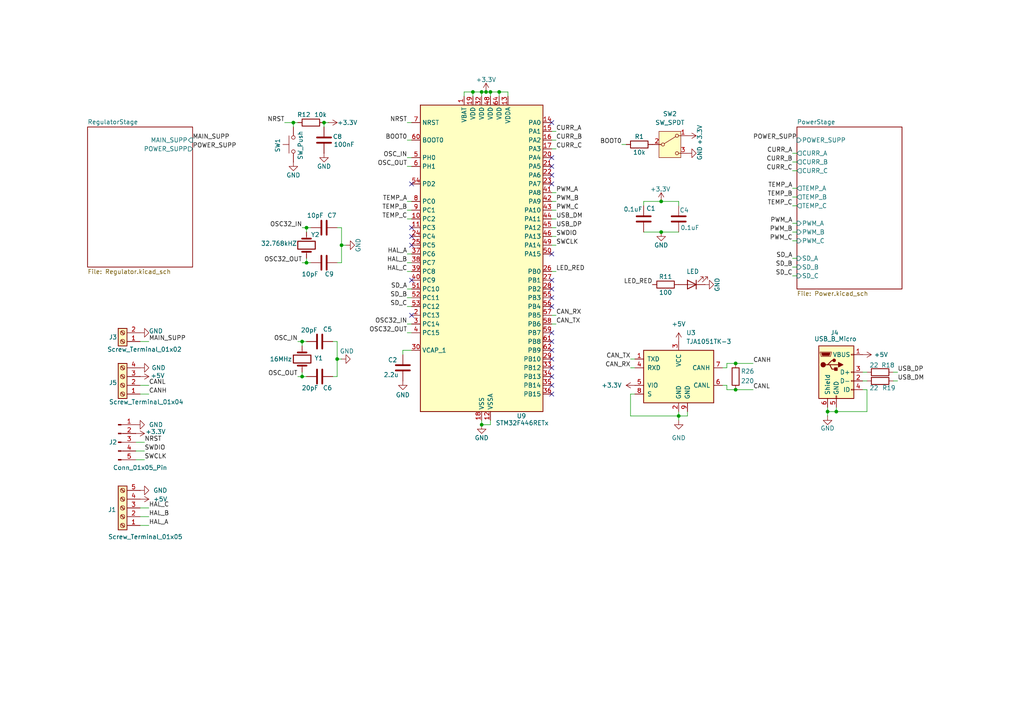
<source format=kicad_sch>
(kicad_sch (version 20231120) (generator "eeschema") (generator_version "8.0")
  (paper "A4")
  (title_block (title "BLDC Motor Driver") (date "2025-02-20") (rev "1"))
  (lib_symbols
    (symbol "Connector:Conn_01x05_Pin" (pin_names (offset 1.016) hide)
      (property "Reference" "J" (at 0 7.62 0))
      (property "Value" "Conn_01x05_Pin" (at 0 -7.62 0))
      (symbol "Conn_01x05_Pin_1_1"
        (polyline (pts (xy 1.27 -5.08) (xy 0.8636 -5.08)) (stroke (width 0.1524)))
        (polyline (pts (xy 1.27 -2.54) (xy 0.8636 -2.54)) (stroke (width 0.1524)))
        (polyline (pts (xy 1.27 0) (xy 0.8636 0)) (stroke (width 0.1524)))
        (polyline (pts (xy 1.27 2.54) (xy 0.8636 2.54)) (stroke (width 0.1524)))
        (polyline (pts (xy 1.27 5.08) (xy 0.8636 5.08)) (stroke (width 0.1524)))
        (rectangle (start 0.8636 -4.953) (end 0 -5.207) (stroke (width 0.1524)) (fill (type outline)))
        (rectangle (start 0.8636 -2.413) (end 0 -2.667) (stroke (width 0.1524)) (fill (type outline)))
        (rectangle (start 0.8636 0.127) (end 0 -0.127) (stroke (width 0.1524)) (fill (type outline)))
        (rectangle (start 0.8636 2.667) (end 0 2.413) (stroke (width 0.1524)) (fill (type outline)))
        (rectangle (start 0.8636 5.207) (end 0 4.953) (stroke (width 0.1524)) (fill (type outline)))
        (pin passive line (at 5.08 5.08 180) (length 3.81) (name "Pin_1") (number "1"))
        (pin passive line (at 5.08 2.54 180) (length 3.81) (name "Pin_2") (number "2"))
        (pin passive line (at 5.08 0 180) (length 3.81) (name "Pin_3") (number "3"))
        (pin passive line (at 5.08 -2.54 180) (length 3.81) (name "Pin_4") (number "4"))
        (pin passive line (at 5.08 -5.08 180) (length 3.81) (name "Pin_5") (number "5"))
      )
    )
    (symbol "Connector:Screw_Terminal_01x02" (pin_names (offset 1.016) hide)
      (property "Reference" "J" (at 0 2.54 0))
      (property "Value" "Screw_Terminal_01x02" (at 0 -5.08 0))
      (symbol "Screw_Terminal_01x02_1_1"
        (rectangle (start -1.27 1.27) (end 1.27 -3.81) (stroke (width 0.254)) (fill (type background)))
        (circle (center 0 -2.54) (radius 0.635) (stroke (width 0.1524)))
        (polyline (pts (xy -0.5334 -2.2098) (xy 0.3302 -3.048)) (stroke (width 0.1524)))
        (polyline (pts (xy -0.5334 0.3302) (xy 0.3302 -0.508)) (stroke (width 0.1524)))
        (polyline (pts (xy -0.3556 -2.032) (xy 0.508 -2.8702)) (stroke (width 0.1524)))
        (polyline (pts (xy -0.3556 0.508) (xy 0.508 -0.3302)) (stroke (width 0.1524)))
        (circle (center 0 0) (radius 0.635) (stroke (width 0.1524)))
        (pin passive line (at -5.08 0 0) (length 3.81) (name "Pin_1") (number "1"))
        (pin passive line (at -5.08 -2.54 0) (length 3.81) (name "Pin_2") (number "2"))
      )
    )
    (symbol "Connector:Screw_Terminal_01x04" (pin_names (offset 1.016) hide)
      (property "Reference" "J" (at 0 5.08 0))
      (property "Value" "Screw_Terminal_01x04" (at 0 -7.62 0))
      (symbol "Screw_Terminal_01x04_1_1"
        (rectangle (start -1.27 3.81) (end 1.27 -6.35) (stroke (width 0.254)) (fill (type background)))
        (circle (center 0 -5.08) (radius 0.635) (stroke (width 0.1524)))
        (circle (center 0 -2.54) (radius 0.635) (stroke (width 0.1524)))
        (polyline (pts (xy -0.5334 -4.7498) (xy 0.3302 -5.588)) (stroke (width 0.1524)))
        (polyline (pts (xy -0.5334 -2.2098) (xy 0.3302 -3.048)) (stroke (width 0.1524)))
        (polyline (pts (xy -0.5334 0.3302) (xy 0.3302 -0.508)) (stroke (width 0.1524)))
        (polyline (pts (xy -0.5334 2.8702) (xy 0.3302 2.032)) (stroke (width 0.1524)))
        (polyline (pts (xy -0.3556 -4.572) (xy 0.508 -5.4102)) (stroke (width 0.1524)))
        (polyline (pts (xy -0.3556 -2.032) (xy 0.508 -2.8702)) (stroke (width 0.1524)))
        (polyline (pts (xy -0.3556 0.508) (xy 0.508 -0.3302)) (stroke (width 0.1524)))
        (polyline (pts (xy -0.3556 3.048) (xy 0.508 2.2098)) (stroke (width 0.1524)))
        (circle (center 0 0) (radius 0.635) (stroke (width 0.1524)))
        (circle (center 0 2.54) (radius 0.635) (stroke (width 0.1524)))
        (pin passive line (at -5.08 2.54 0) (length 3.81) (name "Pin_1") (number "1"))
        (pin passive line (at -5.08 0 0) (length 3.81) (name "Pin_2") (number "2"))
        (pin passive line (at -5.08 -2.54 0) (length 3.81) (name "Pin_3") (number "3"))
        (pin passive line (at -5.08 -5.08 0) (length 3.81) (name "Pin_4") (number "4"))
      )
    )
    (symbol "Connector:Screw_Terminal_01x05" (pin_names (offset 1.016) hide)
      (property "Reference" "J" (at 0 7.62 0))
      (property "Value" "Screw_Terminal_01x05" (at 0 -7.62 0))
      (symbol "Screw_Terminal_01x05_1_1"
        (rectangle (start -1.27 6.35) (end 1.27 -6.35) (stroke (width 0.254)) (fill (type background)))
        (circle (center 0 -5.08) (radius 0.635) (stroke (width 0.1524)))
        (circle (center 0 -2.54) (radius 0.635) (stroke (width 0.1524)))
        (polyline (pts (xy -0.5334 -4.7498) (xy 0.3302 -5.588)) (stroke (width 0.1524)))
        (polyline (pts (xy -0.5334 -2.2098) (xy 0.3302 -3.048)) (stroke (width 0.1524)))
        (polyline (pts (xy -0.5334 0.3302) (xy 0.3302 -0.508)) (stroke (width 0.1524)))
        (polyline (pts (xy -0.5334 2.8702) (xy 0.3302 2.032)) (stroke (width 0.1524)))
        (polyline (pts (xy -0.5334 5.4102) (xy 0.3302 4.572)) (stroke (width 0.1524)))
        (polyline (pts (xy -0.3556 -4.572) (xy 0.508 -5.4102)) (stroke (width 0.1524)))
        (polyline (pts (xy -0.3556 -2.032) (xy 0.508 -2.8702)) (stroke (width 0.1524)))
        (polyline (pts (xy -0.3556 0.508) (xy 0.508 -0.3302)) (stroke (width 0.1524)))
        (polyline (pts (xy -0.3556 3.048) (xy 0.508 2.2098)) (stroke (width 0.1524)))
        (polyline (pts (xy -0.3556 5.588) (xy 0.508 4.7498)) (stroke (width 0.1524)))
        (circle (center 0 0) (radius 0.635) (stroke (width 0.1524)))
        (circle (center 0 2.54) (radius 0.635) (stroke (width 0.1524)))
        (circle (center 0 5.08) (radius 0.635) (stroke (width 0.1524)))
        (pin passive line (at -5.08 5.08 0) (length 3.81) (name "Pin_1") (number "1"))
        (pin passive line (at -5.08 2.54 0) (length 3.81) (name "Pin_2") (number "2"))
        (pin passive line (at -5.08 0 0) (length 3.81) (name "Pin_3") (number "3"))
        (pin passive line (at -5.08 -2.54 0) (length 3.81) (name "Pin_4") (number "4"))
        (pin passive line (at -5.08 -5.08 0) (length 3.81) (name "Pin_5") (number "5"))
      )
    )
    (symbol "Connector:USB_B_Micro" (pin_names (offset 1.016))
      (property "Reference" "J" (at -5.08 11.43 0))
      (property "Value" "USB_B_Micro" (at -5.08 8.89 0))
      (symbol "USB_B_Micro_0_1"
        (rectangle (start -5.08 -7.62) (end 5.08 7.62) (stroke (width 0.254)) (fill (type background)))
        (circle (center -3.81 2.159) (radius 0.635) (stroke (width 0.254)) (fill (type outline)))
        (circle (center -0.635 3.429) (radius 0.381) (stroke (width 0.254)) (fill (type outline)))
        (rectangle (start -0.127 -7.62) (end 0.127 -6.858))
        (polyline (pts (xy -1.905 2.159) (xy 0.635 2.159)) (stroke (width 0.254)))
        (polyline (pts (xy -3.175 2.159) (xy -2.54 2.159) (xy -1.27 3.429) (xy -0.635 3.429)) (stroke (width 0.254)))
        (polyline (pts (xy -2.54 2.159) (xy -1.905 2.159) (xy -1.27 0.889) (xy 0 0.889)) (stroke (width 0.254)))
        (polyline (pts (xy 0.635 2.794) (xy 0.635 1.524) (xy 1.905 2.159) (xy 0.635 2.794)) (stroke (width 0.254)) (fill (type outline)))
        (polyline (pts (xy -4.318 5.588) (xy -1.778 5.588) (xy -2.032 4.826) (xy -4.064 4.826) (xy -4.318 5.588)) (fill (type outline)))
        (polyline (pts (xy -4.699 5.842) (xy -4.699 5.588) (xy -4.445 4.826) (xy -4.445 4.572) (xy -1.651 4.572) (xy -1.651 4.826) (xy -1.397 5.588) (xy -1.397 5.842) (xy -4.699 5.842)))
        (rectangle (start 0.254 1.27) (end -0.508 0.508) (stroke (width 0.254)) (fill (type outline)))
        (rectangle (start 5.08 -5.207) (end 4.318 -4.953))
        (rectangle (start 5.08 -2.667) (end 4.318 -2.413))
        (rectangle (start 5.08 -0.127) (end 4.318 0.127))
        (rectangle (start 5.08 4.953) (end 4.318 5.207))
      )
      (symbol "USB_B_Micro_1_1"
        (pin power_out line (at 7.62 5.08 180) (length 2.54) (name "VBUS") (number "1"))
        (pin bidirectional line (at 7.62 -2.54 180) (length 2.54) (name "D-") (number "2"))
        (pin bidirectional line (at 7.62 0 180) (length 2.54) (name "D+") (number "3"))
        (pin passive line (at 7.62 -5.08 180) (length 2.54) (name "ID") (number "4"))
        (pin power_out line (at 0 -10.16 90) (length 2.54) (name "GND") (number "5"))
        (pin passive line (at -2.54 -10.16 90) (length 2.54) (name "Shield") (number "6"))
      )
    )
    (symbol "Device:C" (pin_numbers hide) (pin_names (offset 0.254))
      (property "Reference" "C" (at 0.635 2.54 0))
      (property "Value" "C" (at 0.635 -2.54 0))
      (symbol "C_0_1"
        (polyline (pts (xy -2.032 -0.762) (xy 2.032 -0.762)) (stroke (width 0.508)))
        (polyline (pts (xy -2.032 0.762) (xy 2.032 0.762)) (stroke (width 0.508)))
      )
      (symbol "C_1_1"
        (pin passive line (at 0 3.81 270) (length 2.794) (name "~") (number "1"))
        (pin passive line (at 0 -3.81 90) (length 2.794) (name "~") (number "2"))
      )
    )
    (symbol "Device:Crystal" (pin_numbers hide) (pin_names (offset 1.016) hide)
      (property "Reference" "Y" (at 0 3.81 0))
      (property "Value" "Crystal" (at 0 -3.81 0))
      (symbol "Crystal_0_1"
        (rectangle (start -1.143 2.54) (end 1.143 -2.54) (stroke (width 0.3048)))
        (polyline (pts (xy -2.54 0) (xy -1.905 0)))
        (polyline (pts (xy -1.905 -1.27) (xy -1.905 1.27)) (stroke (width 0.508)))
        (polyline (pts (xy 1.905 -1.27) (xy 1.905 1.27)) (stroke (width 0.508)))
        (polyline (pts (xy 2.54 0) (xy 1.905 0)))
      )
      (symbol "Crystal_1_1"
        (pin passive line (at -3.81 0 0) (length 1.27) (name "1") (number "1"))
        (pin passive line (at 3.81 0 180) (length 1.27) (name "2") (number "2"))
      )
    )
    (symbol "Device:LED" (pin_numbers hide) (pin_names (offset 1.016) hide)
      (property "Reference" "D" (at 0 2.54 0))
      (property "Value" "LED" (at 0 -2.54 0))
      (symbol "LED_0_1"
        (polyline (pts (xy -1.27 -1.27) (xy -1.27 1.27)) (stroke (width 0.254)))
        (polyline (pts (xy -1.27 0) (xy 1.27 0)))
        (polyline (pts (xy 1.27 -1.27) (xy 1.27 1.27) (xy -1.27 0) (xy 1.27 -1.27)) (stroke (width 0.254)))
        (polyline (pts (xy -3.048 -0.762) (xy -4.572 -2.286) (xy -3.81 -2.286) (xy -4.572 -2.286) (xy -4.572 -1.524)))
        (polyline (pts (xy -1.778 -0.762) (xy -3.302 -2.286) (xy -2.54 -2.286) (xy -3.302 -2.286) (xy -3.302 -1.524)))
      )
      (symbol "LED_1_1"
        (pin passive line (at -3.81 0 0) (length 2.54) (name "K") (number "1"))
        (pin passive line (at 3.81 0 180) (length 2.54) (name "A") (number "2"))
      )
    )
    (symbol "Device:R" (pin_numbers hide) (pin_names (offset 0))
      (property "Reference" "R" (at 2.032 0 90))
      (property "Value" "R" (at 0 0 90))
      (symbol "R_0_1"
        (rectangle (start -1.016 -2.54) (end 1.016 2.54) (stroke (width 0.254)))
      )
      (symbol "R_1_1"
        (pin passive line (at 0 3.81 270) (length 1.27) (name "~") (number "1"))
        (pin passive line (at 0 -3.81 90) (length 1.27) (name "~") (number "2"))
      )
    )
    (symbol "Interface_CAN_LIN:TJA1051TK-3" (pin_names (offset 1.016))
      (property "Reference" "U" (at -10.16 8.89 0))
      (property "Value" "TJA1051TK-3" (at 1.27 8.89 0))
      (symbol "TJA1051TK-3_0_1"
        (rectangle (start -10.16 7.62) (end 10.16 -7.62) (stroke (width 0.254)) (fill (type background)))
      )
      (symbol "TJA1051TK-3_1_1"
        (pin input line (at -12.7 5.08 0) (length 2.54) (name "TXD") (number "1"))
        (pin power_in line (at 0 -10.16 90) (length 2.54) (name "GND") (number "2"))
        (pin power_in line (at 0 10.16 270) (length 2.54) (name "VCC") (number "3"))
        (pin output line (at -12.7 2.54 0) (length 2.54) (name "RXD") (number "4"))
        (pin power_in line (at -12.7 -2.54 0) (length 2.54) (name "VIO") (number "5"))
        (pin bidirectional line (at 12.7 -2.54 180) (length 2.54) (name "CANL") (number "6"))
        (pin bidirectional line (at 12.7 2.54 180) (length 2.54) (name "CANH") (number "7"))
        (pin input line (at -12.7 -5.08 0) (length 2.54) (name "S") (number "8"))
        (pin power_in line (at 2.54 -10.16 90) (length 2.54) (name "GND") (number "9"))
      )
    )
    (symbol "MCU_ST_STM32F4:STM32F446RETx"
      (property "Reference" "U" (at -17.78 46.99 0))
      (property "Value" "STM32F446RETx" (at 10.16 46.99 0))
      (symbol "STM32F446RETx_0_1"
        (rectangle (start -17.78 -43.18) (end 17.78 45.72) (stroke (width 0.254)) (fill (type background)))
      )
      (symbol "STM32F446RETx_1_1"
        (pin power_in line (at -5.08 48.26 270) (length 2.54) (name "VBAT") (number "1"))
        (pin bidirectional line (at -20.32 12.7 0) (length 2.54) (name "PC2") (number "10") (alternate "" input line))
        (pin bidirectional line (at -20.32 10.16 0) (length 2.54) (name "PC3") (number "11") (alternate "" input line))
        (pin power_in line (at 2.54 -45.72 90) (length 2.54) (name "VSSA") (number "12"))
        (pin power_in line (at 7.62 48.26 270) (length 2.54) (name "VDDA") (number "13"))
        (pin bidirectional line (at 20.32 40.64 180) (length 2.54) (name "PA0") (number "14"))
        (pin bidirectional line (at 20.32 38.1 180) (length 2.54) (name "PA1") (number "15") (alternate "" input line))
        (pin bidirectional line (at 20.32 35.56 180) (length 2.54) (name "PA2") (number "16") (alternate "" input line))
        (pin bidirectional line (at 20.32 33.02 180) (length 2.54) (name "PA3") (number "17") (alternate "" input line))
        (pin power_in line (at 0 -45.72 90) (length 2.54) (name "VSS") (number "18"))
        (pin power_in line (at -2.54 48.26 270) (length 2.54) (name "VDD") (number "19"))
        (pin bidirectional line (at -20.32 -15.24 0) (length 2.54) (name "PC13") (number "2"))
        (pin bidirectional line (at 20.32 30.48 180) (length 2.54) (name "PA4") (number "20"))
        (pin bidirectional line (at 20.32 27.94 180) (length 2.54) (name "PA5") (number "21"))
        (pin bidirectional line (at 20.32 25.4 180) (length 2.54) (name "PA6") (number "22"))
        (pin bidirectional line (at 20.32 22.86 180) (length 2.54) (name "PA7") (number "23"))
        (pin bidirectional line (at -20.32 7.62 0) (length 2.54) (name "PC4") (number "24"))
        (pin bidirectional line (at -20.32 5.08 0) (length 2.54) (name "PC5") (number "25"))
        (pin bidirectional line (at 20.32 -2.54 180) (length 2.54) (name "PB0") (number "26"))
        (pin bidirectional line (at 20.32 -5.08 180) (length 2.54) (name "PB1") (number "27"))
        (pin bidirectional line (at 20.32 -7.62 180) (length 2.54) (name "PB2") (number "28"))
        (pin bidirectional line (at 20.32 -27.94 180) (length 2.54) (name "PB10") (number "29"))
        (pin bidirectional line (at -20.32 -17.78 0) (length 2.54) (name "PC14") (number "3") (alternate "" input line))
        (pin power_out line (at -20.32 -25.4 0) (length 2.54) (name "VCAP_1") (number "30"))
        (pin passive line (at 0 -45.72 90) (length 2.54) hide (name "VSS") (number "31"))
        (pin power_in line (at 0 48.26 270) (length 2.54) (name "VDD") (number "32"))
        (pin bidirectional line (at 20.32 -30.48 180) (length 2.54) (name "PB12") (number "33"))
        (pin bidirectional line (at 20.32 -33.02 180) (length 2.54) (name "PB13") (number "34"))
        (pin bidirectional line (at 20.32 -35.56 180) (length 2.54) (name "PB14") (number "35"))
        (pin bidirectional line (at 20.32 -38.1 180) (length 2.54) (name "PB15") (number "36"))
        (pin bidirectional line (at -20.32 2.54 0) (length 2.54) (name "PC6") (number "37"))
        (pin bidirectional line (at -20.32 0 0) (length 2.54) (name "PC7") (number "38"))
        (pin bidirectional line (at -20.32 -2.54 0) (length 2.54) (name "PC8") (number "39"))
        (pin bidirectional line (at -20.32 -20.32 0) (length 2.54) (name "PC15") (number "4") (alternate "" input line))
        (pin bidirectional line (at -20.32 -5.08 0) (length 2.54) (name "PC9") (number "40"))
        (pin bidirectional line (at 20.32 20.32 180) (length 2.54) (name "PA8") (number "41") (alternate "" input line))
        (pin bidirectional line (at 20.32 17.78 180) (length 2.54) (name "PA9") (number "42") (alternate "" input line))
        (pin bidirectional line (at 20.32 15.24 180) (length 2.54) (name "PA10") (number "43") (alternate "" input line))
        (pin bidirectional line (at 20.32 12.7 180) (length 2.54) (name "PA11") (number "44") (alternate "" input line))
        (pin bidirectional line (at 20.32 10.16 180) (length 2.54) (name "PA12") (number "45") (alternate "" input line))
        (pin bidirectional line (at 20.32 7.62 180) (length 2.54) (name "PA13") (number "46") (alternate "" input line))
        (pin passive line (at 0 -45.72 90) (length 2.54) hide (name "VSS") (number "47"))
        (pin power_in line (at 2.54 48.26 270) (length 2.54) (name "VDD") (number "48"))
        (pin bidirectional line (at 20.32 5.08 180) (length 2.54) (name "PA14") (number "49") (alternate "" input line))
        (pin bidirectional line (at -20.32 30.48 0) (length 2.54) (name "PH0") (number "5") (alternate "" input line))
        (pin bidirectional line (at 20.32 2.54 180) (length 2.54) (name "PA15") (number "50"))
        (pin bidirectional line (at -20.32 -7.62 0) (length 2.54) (name "PC10") (number "51"))
        (pin bidirectional line (at -20.32 -10.16 0) (length 2.54) (name "PC11") (number "52"))
        (pin bidirectional line (at -20.32 -12.7 0) (length 2.54) (name "PC12") (number "53"))
        (pin bidirectional line (at -20.32 22.86 0) (length 2.54) (name "PD2") (number "54"))
        (pin bidirectional line (at 20.32 -10.16 180) (length 2.54) (name "PB3") (number "55"))
        (pin bidirectional line (at 20.32 -12.7 180) (length 2.54) (name "PB4") (number "56"))
        (pin bidirectional line (at 20.32 -15.24 180) (length 2.54) (name "PB5") (number "57") (alternate "" input line))
        (pin bidirectional line (at 20.32 -17.78 180) (length 2.54) (name "PB6") (number "58") (alternate "" input line))
        (pin bidirectional line (at 20.32 -20.32 180) (length 2.54) (name "PB7") (number "59"))
        (pin bidirectional line (at -20.32 27.94 0) (length 2.54) (name "PH1") (number "6") (alternate "" input line))
        (pin input line (at -20.32 35.56 0) (length 2.54) (name "BOOT0") (number "60"))
        (pin bidirectional line (at 20.32 -22.86 180) (length 2.54) (name "PB8") (number "61"))
        (pin bidirectional line (at 20.32 -25.4 180) (length 2.54) (name "PB9") (number "62"))
        (pin passive line (at 0 -45.72 90) (length 2.54) hide (name "VSS") (number "63"))
        (pin power_in line (at 5.08 48.26 270) (length 2.54) (name "VDD") (number "64"))
        (pin input line (at -20.32 40.64 0) (length 2.54) (name "NRST") (number "7"))
        (pin bidirectional line (at -20.32 17.78 0) (length 2.54) (name "PC0") (number "8") (alternate "" input line))
        (pin bidirectional line (at -20.32 15.24 0) (length 2.54) (name "PC1") (number "9") (alternate "" input line))
      )
    )
    (symbol "Switch:SW_Push" (pin_numbers hide) (pin_names (offset 1.016) hide)
      (property "Reference" "SW" (at 1.27 2.54 0))
      (property "Value" "SW_Push" (at 0 -1.524 0))
      (symbol "SW_Push_0_1"
        (circle (center -2.032 0) (radius 0.508))
        (polyline (pts (xy 0 1.27) (xy 0 3.048)))
        (polyline (pts (xy 2.54 1.27) (xy -2.54 1.27)))
        (circle (center 2.032 0) (radius 0.508))
        (pin passive line (at -5.08 0 0) (length 2.54) (name "1") (number "1"))
        (pin passive line (at 5.08 0 180) (length 2.54) (name "2") (number "2"))
      )
    )
    (symbol "Switch:SW_SPDT" (pin_names (offset 0) hide)
      (property "Reference" "SW" (at 0 5.08 0))
      (property "Value" "SW_SPDT" (at 0 -5.08 0))
      (symbol "SW_SPDT_0_1"
        (circle (center -2.032 0) (radius 0.4572))
        (polyline (pts (xy -1.651 0.254) (xy 1.651 2.286)))
        (circle (center 2.032 -2.54) (radius 0.4572))
        (circle (center 2.032 2.54) (radius 0.4572))
      )
      (symbol "SW_SPDT_1_1"
        (rectangle (start -3.175 3.81) (end 3.175 -3.81) (fill (type background)))
        (pin passive line (at 5.08 2.54 180) (length 2.54) (name "A") (number "1"))
        (pin passive line (at -5.08 0 0) (length 2.54) (name "B") (number "2"))
        (pin passive line (at 5.08 -2.54 180) (length 2.54) (name "C") (number "3"))
      )
    )
    (symbol "power:+3.3V" (power) (pin_numbers hide) (pin_names (offset 0) hide)
      (property "Value" "+3.3V" (at 0 3.556 0))
      (symbol "+3.3V_0_1"
        (polyline (pts (xy -0.762 1.27) (xy 0 2.54)))
        (polyline (pts (xy 0 0) (xy 0 2.54)))
        (polyline (pts (xy 0 2.54) (xy 0.762 1.27)))
      )
      (symbol "+3.3V_1_1"
        (pin power_in line (at 0 0 90) (length 0) (name "~") (number "1"))
      )
    )
    (symbol "power:+5V" (power) (pin_numbers hide) (pin_names (offset 0) hide)
      (property "Value" "+5V" (at 0 3.556 0))
      (symbol "+5V_0_1"
        (polyline (pts (xy -0.762 1.27) (xy 0 2.54)))
        (polyline (pts (xy 0 0) (xy 0 2.54)))
        (polyline (pts (xy 0 2.54) (xy 0.762 1.27)))
      )
      (symbol "+5V_1_1"
        (pin power_in line (at 0 0 90) (length 0) (name "~") (number "1"))
      )
    )
    (symbol "power:GND" (power) (pin_numbers hide) (pin_names (offset 0) hide)
      (property "Value" "GND" (at 0 -3.81 0))
      (symbol "GND_0_1"
        (polyline (pts (xy 0 0) (xy 0 -1.27) (xy 1.27 -1.27) (xy 0 -2.54) (xy -1.27 -1.27) (xy 0 -1.27)))
      )
      (symbol "GND_1_1"
        (pin power_in line (at 0 0 270) (length 0) (name "~") (number "1"))
      )
    )
  )
  (junction (at 99.06 71.12))
  (junction (at 88.9 66.04))
  (junction (at 144.78 26.67))
  (junction (at 191.77 58.42))
  (junction (at 87.63 99.06))
  (junction (at 85.09 35.56))
  (junction (at 140.97 26.67))
  (junction (at 191.77 67.31))
  (junction (at 87.63 109.22))
  (junction (at 93.98 35.56))
  (junction (at 242.57 119.38))
  (junction (at 213.36 105.41))
  (junction (at 213.36 113.03))
  (junction (at 97.79 104.14))
  (junction (at 139.7 123.19))
  (junction (at 137.16 26.67))
  (junction (at 139.7 26.67))
  (junction (at 196.85 120.65))
  (junction (at 88.9 76.2))
  (junction (at 142.24 26.67))
  (junction (at 240.03 119.38))
  (no_connect (at 160.02 104.14))
  (no_connect (at 160.02 99.06))
  (no_connect (at 160.02 73.66))
  (no_connect (at 160.02 81.28))
  (no_connect (at 119.38 71.12))
  (no_connect (at 119.38 53.34))
  (no_connect (at 160.02 111.76))
  (no_connect (at 160.02 86.36))
  (no_connect (at 160.02 50.8))
  (no_connect (at 119.38 66.04))
  (no_connect (at 160.02 48.26))
  (no_connect (at 160.02 35.56))
  (no_connect (at 160.02 109.22))
  (no_connect (at 160.02 96.52))
  (no_connect (at 160.02 88.9))
  (no_connect (at 160.02 114.3))
  (no_connect (at 160.02 53.34))
  (no_connect (at 119.38 81.28))
  (no_connect (at 119.38 68.58))
  (no_connect (at 160.02 106.68))
  (no_connect (at 160.02 101.6))
  (no_connect (at 119.38 91.44))
  (no_connect (at 160.02 83.82))
  (no_connect (at 160.02 45.72))
  (wire (pts (xy 160.02 63.5) (xy 161.29 63.5)))
  (wire (pts (xy 43.18 147.32) (xy 40.64 147.32)))
  (wire (pts (xy 87.63 99.06) (xy 86.36 99.06)))
  (wire (pts (xy 184.15 114.3) (xy 182.88 114.3)))
  (wire (pts (xy 99.06 76.2) (xy 97.79 76.2)))
  (wire (pts (xy 88.9 74.93) (xy 88.9 76.2)))
  (wire (pts (xy 210.82 111.76) (xy 209.55 111.76)))
  (wire (pts (xy 210.82 105.41) (xy 210.82 106.68)))
  (wire (pts (xy 251.46 107.95) (xy 250.19 107.95)))
  (wire (pts (xy 180.34 41.91) (xy 181.61 41.91)))
  (wire (pts (xy 97.79 66.04) (xy 99.06 66.04)))
  (wire (pts (xy 251.46 113.03) (xy 250.19 113.03)))
  (wire (pts (xy 43.18 149.86) (xy 40.64 149.86)))
  (wire (pts (xy 260.35 107.95) (xy 259.08 107.95)))
  (wire (pts (xy 116.84 101.6) (xy 116.84 102.87)))
  (wire (pts (xy 242.57 119.38) (xy 240.03 119.38)))
  (wire (pts (xy 96.52 109.22) (xy 97.79 109.22)))
  (wire (pts (xy 196.85 120.65) (xy 196.85 121.92)))
  (wire (pts (xy 196.85 59.69) (xy 196.85 58.42)))
  (wire (pts (xy 160.02 93.98) (xy 161.29 93.98)))
  (wire (pts (xy 93.98 35.56) (xy 93.98 36.83)))
  (wire (pts (xy 199.39 120.65) (xy 196.85 120.65)))
  (wire (pts (xy 160.02 66.04) (xy 161.29 66.04)))
  (wire (pts (xy 87.63 107.95) (xy 87.63 109.22)))
  (wire (pts (xy 96.52 99.06) (xy 97.79 99.06)))
  (wire (pts (xy 118.11 40.64) (xy 119.38 40.64)))
  (wire (pts (xy 118.11 58.42) (xy 119.38 58.42)))
  (wire (pts (xy 251.46 119.38) (xy 242.57 119.38)))
  (wire (pts (xy 161.29 38.1) (xy 160.02 38.1)))
  (wire (pts (xy 213.36 105.41) (xy 218.44 105.41)))
  (wire (pts (xy 85.09 35.56) (xy 85.09 36.83)))
  (wire (pts (xy 182.88 114.3) (xy 182.88 120.65)))
  (wire (pts (xy 139.7 121.92) (xy 139.7 123.19)))
  (wire (pts (xy 161.29 43.18) (xy 160.02 43.18)))
  (wire (pts (xy 118.11 73.66) (xy 119.38 73.66)))
  (wire (pts (xy 229.87 49.53) (xy 231.14 49.53)))
  (wire (pts (xy 118.11 63.5) (xy 119.38 63.5)))
  (wire (pts (xy 87.63 100.33) (xy 87.63 99.06)))
  (wire (pts (xy 142.24 121.92) (xy 142.24 123.19)))
  (wire (pts (xy 142.24 26.67) (xy 144.78 26.67)))
  (wire (pts (xy 229.87 80.01) (xy 231.14 80.01)))
  (wire (pts (xy 147.32 26.67) (xy 147.32 27.94)))
  (wire (pts (xy 229.87 46.99) (xy 231.14 46.99)))
  (wire (pts (xy 118.11 35.56) (xy 119.38 35.56)))
  (wire (pts (xy 191.77 58.42) (xy 196.85 58.42)))
  (wire (pts (xy 229.87 64.77) (xy 231.14 64.77)))
  (wire (pts (xy 118.11 96.52) (xy 119.38 96.52)))
  (wire (pts (xy 199.39 119.38) (xy 199.39 120.65)))
  (wire (pts (xy 160.02 60.96) (xy 161.29 60.96)))
  (wire (pts (xy 43.18 111.76) (xy 40.64 111.76)))
  (wire (pts (xy 100.33 71.12) (xy 99.06 71.12)))
  (wire (pts (xy 140.97 26.67) (xy 142.24 26.67)))
  (wire (pts (xy 41.91 128.27) (xy 39.37 128.27)))
  (wire (pts (xy 161.29 40.64) (xy 160.02 40.64)))
  (wire (pts (xy 160.02 91.44) (xy 161.29 91.44)))
  (wire (pts (xy 144.78 26.67) (xy 147.32 26.67)))
  (wire (pts (xy 240.03 119.38) (xy 240.03 120.65)))
  (wire (pts (xy 118.11 76.2) (xy 119.38 76.2)))
  (wire (pts (xy 259.08 110.49) (xy 260.35 110.49)))
  (wire (pts (xy 240.03 118.11) (xy 240.03 119.38)))
  (wire (pts (xy 142.24 123.19) (xy 139.7 123.19)))
  (wire (pts (xy 118.11 60.96) (xy 119.38 60.96)))
  (wire (pts (xy 43.18 99.06) (xy 40.64 99.06)))
  (wire (pts (xy 186.69 59.69) (xy 186.69 58.42)))
  (wire (pts (xy 97.79 99.06) (xy 97.79 104.14)))
  (wire (pts (xy 137.16 26.67) (xy 137.16 27.94)))
  (wire (pts (xy 43.18 114.3) (xy 40.64 114.3)))
  (wire (pts (xy 182.88 104.14) (xy 184.15 104.14)))
  (wire (pts (xy 229.87 77.47) (xy 231.14 77.47)))
  (wire (pts (xy 118.11 83.82) (xy 119.38 83.82)))
  (wire (pts (xy 186.69 67.31) (xy 191.77 67.31)))
  (wire (pts (xy 137.16 26.67) (xy 139.7 26.67)))
  (wire (pts (xy 41.91 130.81) (xy 39.37 130.81)))
  (wire (pts (xy 182.88 120.65) (xy 196.85 120.65)))
  (wire (pts (xy 210.82 106.68) (xy 209.55 106.68)))
  (wire (pts (xy 88.9 66.04) (xy 87.63 66.04)))
  (wire (pts (xy 160.02 68.58) (xy 161.29 68.58)))
  (wire (pts (xy 99.06 71.12) (xy 99.06 76.2)))
  (wire (pts (xy 213.36 113.03) (xy 218.44 113.03)))
  (wire (pts (xy 139.7 26.67) (xy 139.7 27.94)))
  (wire (pts (xy 251.46 113.03) (xy 251.46 119.38)))
  (wire (pts (xy 99.06 66.04) (xy 99.06 71.12)))
  (wire (pts (xy 118.11 93.98) (xy 119.38 93.98)))
  (wire (pts (xy 95.25 35.56) (xy 93.98 35.56)))
  (wire (pts (xy 119.38 101.6) (xy 116.84 101.6)))
  (wire (pts (xy 86.36 35.56) (xy 85.09 35.56)))
  (wire (pts (xy 229.87 67.31) (xy 231.14 67.31)))
  (wire (pts (xy 229.87 44.45) (xy 231.14 44.45)))
  (wire (pts (xy 88.9 66.04) (xy 90.17 66.04)))
  (wire (pts (xy 86.36 109.22) (xy 87.63 109.22)))
  (wire (pts (xy 196.85 120.65) (xy 196.85 119.38)))
  (wire (pts (xy 191.77 67.31) (xy 196.85 67.31)))
  (wire (pts (xy 160.02 71.12) (xy 161.29 71.12)))
  (wire (pts (xy 41.91 133.35) (xy 39.37 133.35)))
  (wire (pts (xy 88.9 67.31) (xy 88.9 66.04)))
  (wire (pts (xy 118.11 86.36) (xy 119.38 86.36)))
  (wire (pts (xy 182.88 106.68) (xy 184.15 106.68)))
  (wire (pts (xy 118.11 78.74) (xy 119.38 78.74)))
  (wire (pts (xy 118.11 45.72) (xy 119.38 45.72)))
  (wire (pts (xy 229.87 54.61) (xy 231.14 54.61)))
  (wire (pts (xy 210.82 113.03) (xy 210.82 111.76)))
  (wire (pts (xy 160.02 55.88) (xy 161.29 55.88)))
  (wire (pts (xy 118.11 48.26) (xy 119.38 48.26)))
  (wire (pts (xy 99.06 104.14) (xy 97.79 104.14)))
  (wire (pts (xy 142.24 26.67) (xy 142.24 27.94)))
  (wire (pts (xy 118.11 88.9) (xy 119.38 88.9)))
  (wire (pts (xy 82.55 35.56) (xy 85.09 35.56)))
  (wire (pts (xy 213.36 105.41) (xy 210.82 105.41)))
  (wire (pts (xy 87.63 109.22) (xy 88.9 109.22)))
  (wire (pts (xy 229.87 59.69) (xy 231.14 59.69)))
  (wire (pts (xy 161.29 78.74) (xy 160.02 78.74)))
  (wire (pts (xy 88.9 76.2) (xy 87.63 76.2)))
  (wire (pts (xy 229.87 57.15) (xy 231.14 57.15)))
  (wire (pts (xy 242.57 118.11) (xy 242.57 119.38)))
  (wire (pts (xy 213.36 113.03) (xy 210.82 113.03)))
  (wire (pts (xy 139.7 26.67) (xy 140.97 26.67)))
  (wire (pts (xy 97.79 109.22) (xy 97.79 104.14)))
  (wire (pts (xy 88.9 76.2) (xy 90.17 76.2)))
  (wire (pts (xy 160.02 58.42) (xy 161.29 58.42)))
  (wire (pts (xy 144.78 26.67) (xy 144.78 27.94)))
  (wire (pts (xy 134.62 27.94) (xy 134.62 26.67)))
  (wire (pts (xy 87.63 99.06) (xy 88.9 99.06)))
  (wire (pts (xy 229.87 74.93) (xy 231.14 74.93)))
  (wire (pts (xy 43.18 152.4) (xy 40.64 152.4)))
  (wire (pts (xy 251.46 110.49) (xy 250.19 110.49)))
  (wire (pts (xy 191.77 58.42) (xy 186.69 58.42)))
  (wire (pts (xy 134.62 26.67) (xy 137.16 26.67)))
  (wire (pts (xy 229.87 69.85) (xy 231.14 69.85)))
  (label "TEMP_C" (at 118.11 63.5 180))
  (label "SWCLK" (at 161.29 71.12 0) (effects (font (thickness 0.1588))))
  (label "PWM_B" (at 161.29 58.42 0))
  (label "HAL_A" (at 118.11 73.66 180))
  (label "OSC32_IN" (at 118.11 93.98 180))
  (label "OSC32_IN" (at 87.63 66.04 180))
  (label "HAL_A" (at 43.18 152.4 0))
  (label "LED_RED" (at 161.29 78.74 0))
  (label "HAL_C" (at 118.11 78.74 180))
  (label "OSC_OUT" (at 86.36 109.22 180))
  (label "LED_RED" (at 189.23 82.55 180))
  (label "CURR_A" (at 161.29 38.1 0))
  (label "OSC_IN" (at 118.11 45.72 180))
  (label "OSC_OUT" (at 118.11 48.26 180))
  (label "BOOT0" (at 180.34 41.91 180))
  (label "POWER_SUPP" (at 231.14 40.64 180))
  (label "PWM_A" (at 229.87 64.77 180))
  (label "CANL" (at 43.18 111.76 0))
  (label "BOOT0" (at 118.11 40.64 180))
  (label "PWM_C" (at 161.29 60.96 0))
  (label "MAIN_SUPP" (at 43.18 99.06 0))
  (label "CURR_B" (at 161.29 40.64 0))
  (label "OSC32_OUT" (at 87.63 76.2 180))
  (label "TEMP_B" (at 229.87 57.15 180))
  (label "SD_C" (at 118.11 88.9 180))
  (label "SD_B" (at 229.87 77.47 180))
  (label "TEMP_A" (at 118.11 58.42 180))
  (label "PWM_B" (at 229.87 67.31 180))
  (label "TEMP_C" (at 229.87 59.69 180))
  (label "TEMP_A" (at 229.87 54.61 180))
  (label "PWM_C" (at 229.87 69.85 180))
  (label "USB_DP" (at 161.29 66.04 0))
  (label "USB_DM" (at 260.35 110.49 0))
  (label "CAN_RX" (at 161.29 91.44 0))
  (label "CAN_TX" (at 161.29 93.98 0))
  (label "CURR_B" (at 229.87 46.99 180))
  (label "CAN_TX" (at 182.88 104.14 180))
  (label "NRST" (at 41.91 128.27 0) (effects (font (thickness 0.1588))))
  (label "CURR_A" (at 229.87 44.45 180))
  (label "CURR_C" (at 229.87 49.53 180))
  (label "CANH" (at 43.18 114.3 0))
  (label "OSC_IN" (at 86.36 99.06 180))
  (label "SD_C" (at 229.87 80.01 180))
  (label "CURR_C" (at 161.29 43.18 0))
  (label "POWER_SUPP" (at 55.88 43.18 0))
  (label "HAL_B" (at 43.18 149.86 0))
  (label "SWDIO" (at 41.91 130.81 0) (effects (font (thickness 0.1588))))
  (label "HAL_C" (at 43.18 147.32 0))
  (label "PWM_A" (at 161.29 55.88 0))
  (label "HAL_B" (at 118.11 76.2 180))
  (label "SD_A" (at 118.11 83.82 180))
  (label "SD_A" (at 229.87 74.93 180))
  (label "USB_DP" (at 260.35 107.95 0))
  (label "CANL" (at 218.44 113.03 0))
  (label "SD_B" (at 118.11 86.36 180))
  (label "CAN_RX" (at 182.88 106.68 180))
  (label "NRST" (at 118.11 35.56 180))
  (label "OSC32_OUT" (at 118.11 96.52 180))
  (label "SWDIO" (at 161.29 68.58 0) (effects (font (thickness 0.1588))))
  (label "CANH" (at 218.44 105.41 0))
  (label "NRST" (at 82.55 35.56 180))
  (label "MAIN_SUPP" (at 55.88 40.64 0))
  (label "TEMP_B" (at 118.11 60.96 180))
  (label "USB_DM" (at 161.29 63.5 0))
  (label "SWCLK" (at 41.91 133.35 0) (effects (font (thickness 0.1588))))
  (symbol (lib_id "power:GND") (at 100.33 71.12 90) (unit 1)
    (property "Reference" "#PWR4" (effects (hide yes)))
    (property "Value" "GND" (at 103.886 71.12 0))
    (property "Description" "Power symbol creates a global label with name \"GND\" , ground" (effects (hide yes)))
  )
  (symbol (lib_id "Device:C") (at 186.69 63.5 0) (unit 1)
    (property "Reference" "C1" (at 187.452 60.452 0) (effects (justify left)))
    (property "Value" "0.1uF" (at 180.848 60.706 0) (effects (justify left)))
    (property "Footprint" "Capacitor_SMD:CP_Elec_4x5.8" (effects (hide yes)))
    (property "Description" "Unpolarized capacitor" (effects (hide yes)))
  )
  (symbol (lib_id "power:+3.3V") (at 39.37 125.73 270) (unit 1)
    (property "Reference" "#PWR71" (effects (hide yes)))
    (property "Value" "+3.3V" (at 42.164 125.222 90) (effects (justify left)))
    (property "Description" "Power symbol creates a global label with name \"+3.3V\"" (effects (hide yes)))
  )
  (symbol (lib_id "Device:R") (at 255.27 107.95 90) (unit 1)
    (property "Reference" "R18" (at 257.556 105.918 90))
    (property "Value" "22" (at 253.492 105.918 90))
    (property "Footprint" "Resistor_SMD:R_0805_2012Metric" (effects (hide yes)))
    (property "Description" "Resistor" (effects (hide yes)))
  )
  (symbol (lib_id "Device:C") (at 196.85 63.5 0) (unit 1)
    (property "Reference" "C4" (at 197.104 60.96 0) (effects (justify left)))
    (property "Value" "0.1uF" (at 197.358 66.04 0) (effects (justify left)))
    (property "Footprint" "Capacitor_SMD:CP_Elec_4x5.8" (effects (hide yes)))
    (property "Description" "Unpolarized capacitor" (effects (hide yes)))
  )
  (symbol (lib_id "Connector:Screw_Terminal_01x04") (at 35.56 111.76 180) (unit 1)
    (property "Reference" "J5" (at 32.766 110.998 0))
    (property "Value" "Screw_Terminal_01x04" (at 42.418 116.586 0))
    (property "Description" "Generic screw terminal, single row, 01x04, script generated (kicad-library-utils/schlib/autogen/connector/)" (effects (hide yes)))
  )
  (symbol (lib_id "Device:Crystal") (at 88.9 71.12 270) (unit 1)
    (property "Reference" "Y2" (at 90.17 68.072 90) (effects (justify left)))
    (property "Value" "32.768kHZ" (at 75.692 70.612 90) (effects (justify left)))
    (property "Footprint" "Crystal:Crystal_SMD_0603-4Pin_6.0x3.5mm" (effects (hide yes)))
    (property "Description" "Two pin crystal" (effects (hide yes)))
  )
  (symbol (lib_id "power:+5V") (at 40.64 144.78 270) (unit 1)
    (property "Reference" "#PWR3" (effects (hide yes)))
    (property "Value" "+5V" (at 44.45 144.7799 90) (effects (justify left)))
    (property "Description" "Power symbol creates a global label with name \"+5V\"" (effects (hide yes)))
  )
  (symbol (lib_id "power:+3.3V") (at 184.15 111.76 90) (unit 1)
    (property "Reference" "#PWR17" (effects (hide yes)))
    (property "Value" "+3.3V" (at 180.34 111.7599 90) (effects (justify left)))
    (property "Description" "Power symbol creates a global label with name \"+3.3V\"" (effects (hide yes)))
  )
  (symbol (lib_id "power:GND") (at 139.7 123.19 0) (unit 1)
    (property "Reference" "#PWR72" (effects (hide yes)))
    (property "Value" "GND" (at 139.7 127 0))
    (property "Description" "Power symbol creates a global label with name \"GND\" , ground" (effects (hide yes)))
  )
  (symbol (lib_id "power:GND") (at 196.85 121.92 0) (unit 1)
    (property "Reference" "#PWR14" (effects (hide yes)))
    (property "Value" "GND" (at 196.85 127 0))
    (property "Description" "Power symbol creates a global label with name \"GND\" , ground" (effects (hide yes)))
  )
  (symbol (lib_id "power:+5V") (at 40.64 109.22 270) (unit 1)
    (property "Reference" "#PWR34" (effects (hide yes)))
    (property "Value" "+5V" (at 43.688 108.966 90) (effects (justify left)))
    (property "Description" "Power symbol creates a global label with name \"+5V\"" (effects (hide yes)))
  )
  (symbol (lib_id "Switch:SW_Push") (at 85.09 41.91 90) (unit 1)
    (property "Reference" "SW1" (at 80.518 42.164 0))
    (property "Value" "SW_Push" (at 87.122 42.164 0))
    (property "Footprint" "Button_Switch_SMD:Nidec_Copal_CAS-120A" (effects (hide yes)))
    (property "Description" "Push button switch, generic, two pins" (effects (hide yes)))
  )
  (symbol (lib_id "power:GND") (at 199.39 44.45 90) (unit 1)
    (property "Reference" "#PWR6" (effects (hide yes)))
    (property "Value" "GND" (at 202.946 42.418 0) (effects (justify right)))
    (property "Description" "Power symbol creates a global label with name \"GND\" , ground" (effects (hide yes)))
  )
  (symbol (lib_id "power:GND") (at 40.64 142.24 90) (unit 1)
    (property "Reference" "#PWR2" (effects (hide yes)))
    (property "Value" "GND" (at 44.45 142.2399 90) (effects (justify right)))
    (property "Description" "Power symbol creates a global label with name \"GND\" , ground" (effects (hide yes)))
  )
  (symbol (lib_id "Device:R") (at 193.04 82.55 270) (unit 1)
    (property "Reference" "R11" (at 193.04 80.264 90))
    (property "Value" "100" (at 193.04 84.836 90))
    (property "Footprint" "Resistor_SMD:R_0805_2012Metric" (effects (hide yes)))
    (property "Description" "Resistor" (effects (hide yes)))
  )
  (symbol (lib_id "Device:R") (at 255.27 110.49 270) (unit 1)
    (property "Reference" "R19" (at 257.81 112.522 90))
    (property "Value" "22" (at 253.492 112.522 90))
    (property "Footprint" "Resistor_SMD:R_0805_2012Metric" (effects (hide yes)))
    (property "Description" "Resistor" (effects (hide yes)))
  )
  (symbol (lib_id "Connector:USB_B_Micro") (at 242.57 107.95 0) (unit 1)
    (property "Reference" "J4" (at 242.062 96.52 0))
    (property "Value" "USB_B_Micro" (at 242.316 98.298 0))
    (property "Footprint" "Connector_USB:USB_Micro-B_Molex-105017-0001" (effects (hide yes)))
    (property "Description" "USB Micro Type B connector" (effects (hide yes)))
  )
  (symbol (lib_id "Device:Crystal") (at 87.63 104.14 90) (unit 1)
    (property "Reference" "Y1" (at 91.186 103.886 90) (effects (justify right)))
    (property "Value" "16MHz" (at 78.232 104.14 90) (effects (justify right)))
    (property "Footprint" "Crystal:Crystal_SMD_0603-4Pin_6.0x3.5mm" (effects (hide yes)))
    (property "Description" "Two pin crystal" (effects (hide yes)))
  )
  (symbol (lib_id "power:GND") (at 85.09 46.99 0) (unit 1)
    (property "Reference" "#PWR24" (effects (hide yes)))
    (property "Value" "GND" (at 85.09 50.8 0))
    (property "Description" "Power symbol creates a global label with name \"GND\" , ground" (effects (hide yes)))
  )
  (symbol (lib_id "Device:C") (at 92.71 109.22 90) (unit 1)
    (property "Reference" "C6" (at 94.996 112.522 90))
    (property "Value" "20pF" (at 89.916 112.522 90))
    (property "Footprint" "Capacitor_SMD:CP_Elec_4x5.8" (effects (hide yes)))
    (property "Description" "Unpolarized capacitor" (effects (hide yes)))
  )
  (symbol (lib_id "Device:C") (at 93.98 66.04 90) (unit 1)
    (property "Reference" "C7" (at 96.266 62.484 90))
    (property "Value" "10pF" (at 91.44 62.484 90))
    (property "Footprint" "Capacitor_SMD:CP_Elec_4x5.8" (effects (hide yes)))
    (property "Description" "Unpolarized capacitor" (effects (hide yes)))
  )
  (symbol (lib_id "power:GND") (at 191.77 67.31 0) (unit 1)
    (property "Reference" "#PWR10" (effects (hide yes)))
    (property "Value" "GND" (at 191.77 71.12 0))
    (property "Description" "Power symbol creates a global label with name \"GND\" , ground" (effects (hide yes)))
  )
  (symbol (lib_id "Device:C") (at 116.84 106.68 0) (unit 1)
    (property "Reference" "C2" (at 112.522 104.394 0) (effects (justify left)))
    (property "Value" "2.2u" (at 111.252 108.712 0) (effects (justify left)))
    (property "Description" "Unpolarized capacitor" (effects (hide yes)))
  )
  (symbol (lib_id "MCU_ST_STM32F4:STM32F446RETx") (at 139.7 76.2 0) (unit 1)
    (property "Reference" "U9" (at 149.86 120.65 0) (effects (justify left)))
    (property "Value" "STM32F446RETx" (at 143.764 122.682 0) (effects (justify left)))
    (property "Footprint" "Package_QFP:LQFP-64_10x10mm_P0.5mm" (effects (hide yes)))
    (property "Datasheet" "https://www.st.com/resource/en/datasheet/stm32f446re.pdf" (effects (hide yes)))
    (property "Description" "STMicroelectronics Arm Cortex-M4 MCU, 512KB flash, 128KB RAM, 180 MHz, 1.8-3.6V, 50 GPIO, LQFP64" (effects (hide yes)))
    (pin "10" (alternate "PC2(ADC123_IN12)"))
    (pin "4" (alternate "PC15(OSC32_OUT)"))
    (pin "3" (alternate "PC14(OSC32_IN)"))
    (pin "58" (alternate "PB6(CAN2_TX)"))
    (pin "42" (alternate "PA9(TIM1_CH2)"))
    (pin "57" (alternate "PB5(CAN2_RX)"))
    (pin "17" (alternate "PA3(ADC123_IN3)"))
    (pin "16" (alternate "PA2(ADC123_IN2)"))
    (pin "46" (alternate "PA13((JTMS-SWDIO))"))
    (pin "11" (alternate "PC3(ADC123_IN13)"))
    (pin "43" (alternate "PA10(TIM1_CH3)"))
    (pin "9" (alternate "PC1(ADC123_IN11)"))
    (pin "15" (alternate "PA1(ADC123_IN1)"))
    (pin "44" (alternate "PA11(OTG_DM)"))
    (pin "49" (alternate "PA14(JTCK-SWCLK)"))
    (pin "5" (alternate "PH0(OSC_IN)"))
    (pin "6" (alternate "PH1(OSC_OUT)"))
    (pin "41" (alternate "PA8(TIM1_CH1)"))
    (pin "8" (alternate "PC0(ADC123_IN10)"))
    (pin "45" (alternate "PA12(OTG_DP)"))
  )
  (symbol (lib_id "Device:R") (at 185.42 41.91 270) (unit 1)
    (property "Reference" "R1" (at 185.42 39.624 90))
    (property "Value" "10k" (at 185.42 44.196 90))
    (property "Footprint" "Resistor_SMD:R_0805_2012Metric" (effects (hide yes)))
    (property "Description" "Resistor" (effects (hide yes)))
  )
  (symbol (lib_id "Device:C") (at 93.98 76.2 90) (unit 1)
    (property "Reference" "C9" (at 95.504 79.502 90))
    (property "Value" "10pF" (at 89.916 79.502 90))
    (property "Footprint" "Capacitor_SMD:CP_Elec_4x5.8" (effects (hide yes)))
    (property "Description" "Unpolarized capacitor" (effects (hide yes)))
  )
  (symbol (lib_id "Device:C") (at 92.71 99.06 90) (unit 1)
    (property "Reference" "C5" (at 94.996 95.504 90))
    (property "Value" "20pF" (at 89.662 95.758 90))
    (property "Footprint" "Capacitor_SMD:CP_Elec_4x5.8" (effects (hide yes)))
    (property "Description" "Unpolarized capacitor" (effects (hide yes)))
  )
  (symbol (lib_id "power:+5V") (at 250.19 102.87 270) (unit 1)
    (property "Reference" "#PWR33" (effects (hide yes)))
    (property "Value" "+5V" (at 253.492 102.87 90) (effects (justify left)))
    (property "Description" "Power symbol creates a global label with name \"+5V\"" (effects (hide yes)))
  )
  (symbol (lib_id "Interface_CAN_LIN:TJA1051TK-3") (at 196.85 109.22 0) (unit 1)
    (property "Reference" "U3" (at 199.0441 96.52 0) (effects (justify left)))
    (property "Value" "TJA1051TK-3" (at 199.0441 99.06 0) (effects (justify left)))
    (property "Footprint" "Package_DFN_QFN:DFN-8-1EP_3x3mm_P0.65mm_EP1.55x2.4mm" (effects (hide yes)))
    (property "Datasheet" "http://www.nxp.com/docs/en/data-sheet/TJA1051.pdf" (effects (hide yes)))
    (property "Description" "High-Speed CAN Transceiver, separate VIO, silent mode, DFN-8" (effects (hide yes)))
  )
  (symbol (lib_id "power:+3.3V") (at 140.97 26.67 0) (unit 1)
    (property "Reference" "#PWR73" (effects (hide yes)))
    (property "Value" "+3.3V" (at 140.97 23.114 0))
    (property "Description" "Power symbol creates a global label with name \"+3.3V\"" (effects (hide yes)))
  )
  (symbol (lib_id "power:+3.3V") (at 199.39 39.37 270) (unit 1)
    (property "Reference" "#PWR5" (effects (hide yes)))
    (property "Value" "+3.3V" (at 202.946 39.116 0))
    (property "Description" "Power symbol creates a global label with name \"+3.3V\"" (effects (hide yes)))
  )
  (symbol (lib_id "power:+3.3V") (at 191.77 58.42 0) (unit 1)
    (property "Reference" "#PWR7" (effects (hide yes)))
    (property "Value" "+3.3V" (at 191.516 54.864 0))
    (property "Description" "Power symbol creates a global label with name \"+3.3V\"" (effects (hide yes)))
  )
  (symbol (lib_id "Switch:SW_SPDT") (at 194.31 41.91 0) (unit 1)
    (property "Reference" "SW2" (at 194.31 33.02 0))
    (property "Value" "SW_SPDT" (at 194.31 35.56 0))
    (property "Description" "Switch, single pole double throw" (effects (hide yes)))
  )
  (symbol (lib_id "Device:R") (at 90.17 35.56 90) (unit 1)
    (property "Reference" "R12" (at 88.138 33.274 90))
    (property "Value" "10k" (at 92.964 33.274 90))
    (property "Footprint" "Resistor_SMD:R_0805_2012Metric" (effects (hide yes)))
    (property "Description" "Resistor" (effects (hide yes)))
  )
  (symbol (lib_id "power:GND") (at 204.47 82.55 90) (unit 1)
    (property "Reference" "#PWR23" (effects (hide yes)))
    (property "Value" "GND" (at 208.026 80.518 0) (effects (justify right)))
    (property "Description" "Power symbol creates a global label with name \"GND\" , ground" (effects (hide yes)))
  )
  (symbol (lib_id "power:+3.3V") (at 95.25 35.56 270) (unit 1)
    (property "Reference" "#PWR26" (effects (hide yes)))
    (property "Value" "+3.3V" (at 97.79 35.56 90) (effects (justify left)))
    (property "Description" "Power symbol creates a global label with name \"+3.3V\"" (effects (hide yes)))
  )
  (symbol (lib_id "Device:C") (at 93.98 40.64 0) (unit 1)
    (property "Reference" "C8" (at 96.52 39.624 0) (effects (justify left)))
    (property "Value" "100nF" (at 96.774 41.91 0) (effects (justify left)))
    (property "Footprint" "Capacitor_SMD:CP_Elec_4x5.8" (effects (hide yes)))
    (property "Description" "Unpolarized capacitor" (effects (hide yes)))
  )
  (symbol (lib_id "power:+5V") (at 196.85 99.06 0) (unit 1)
    (property "Reference" "#PWR16" (effects (hide yes)))
    (property "Value" "+5V" (at 196.85 93.98 0))
    (property "Description" "Power symbol creates a global label with name \"+5V\"" (effects (hide yes)))
  )
  (symbol (lib_id "Connector:Screw_Terminal_01x05") (at 35.56 147.32 180) (unit 1)
    (property "Reference" "J1" (at 32.512 147.828 0))
    (property "Value" "Screw_Terminal_01x05" (at 42.164 155.702 0))
    (property "Footprint" "TerminalBlock_Phoenix:TerminalBlock_Phoenix_MKDS-1,5-2_1x02_P5.00mm_Horizontal" (effects (hide yes)))
    (property "Description" "Generic screw terminal, single row, 01x05, script generated (kicad-library-utils/schlib/autogen/connector/)" (effects (hide yes)))
  )
  (symbol (lib_id "power:GND") (at 240.03 120.65 0) (unit 1)
    (property "Reference" "#PWR30" (effects (hide yes)))
    (property "Value" "GND" (at 242.062 124.206 0) (effects (justify right)))
    (property "Description" "Power symbol creates a global label with name \"GND\" , ground" (effects (hide yes)))
  )
  (symbol (lib_id "power:GND") (at 39.37 123.19 90) (unit 1)
    (property "Reference" "#PWR70" (effects (hide yes)))
    (property "Value" "GND" (at 43.18 123.1899 90) (effects (justify right)))
    (property "Description" "Power symbol creates a global label with name \"GND\" , ground" (effects (hide yes)))
  )
  (symbol (lib_id "power:GND") (at 40.64 96.52 90) (unit 1)
    (property "Reference" "#PWR8" (effects (hide yes)))
    (property "Value" "GND" (at 45.212 96.012 90))
    (property "Description" "Power symbol creates a global label with name \"GND\" , ground" (effects (hide yes)))
  )
  (symbol (lib_id "Device:R") (at 213.36 109.22 0) (unit 1)
    (property "Reference" "R26" (at 214.884 107.696 0) (effects (justify left)))
    (property "Value" "220" (at 214.884 110.49 0) (effects (justify left)))
    (property "Description" "Resistor" (effects (hide yes)))
  )
  (symbol (lib_id "power:GND") (at 93.98 44.45 0) (unit 1)
    (property "Reference" "#PWR25" (effects (hide yes)))
    (property "Value" "GND" (at 93.98 48.26 0))
    (property "Description" "Power symbol creates a global label with name \"GND\" , ground" (effects (hide yes)))
  )
  (symbol (lib_id "Connector:Screw_Terminal_01x02") (at 35.56 99.06 180) (unit 1)
    (property "Reference" "J3" (at 32.766 97.79 0))
    (property "Value" "Screw_Terminal_01x02" (at 41.91 101.346 0))
    (property "Footprint" "TerminalBlock_Phoenix:TerminalBlock_Phoenix_MKDS-1,5-3_1x03_P5.00mm_Horizontal" (effects (hide yes)))
    (property "Description" "Generic screw terminal, single row, 01x02, script generated (kicad-library-utils/schlib/autogen/connector/)" (effects (hide yes)))
  )
  (symbol (lib_id "Connector:Conn_01x05_Pin") (at 34.29 128.27 0) (unit 1)
    (property "Reference" "J2" (at 32.766 128.27 0))
    (property "Value" "Conn_01x05_Pin" (at 40.64 135.636 0))
    (property "Description" "Generic connector, single row, 01x05, script generated" (effects (hide yes)))
  )
  (symbol (lib_id "power:GND") (at 116.84 110.49 0) (unit 1)
    (property "Reference" "#PWR74" (effects (hide yes)))
    (property "Value" "GND" (at 118.872 114.554 0) (effects (justify right)))
    (property "Description" "Power symbol creates a global label with name \"GND\" , ground" (effects (hide yes)))
  )
  (symbol (lib_id "power:GND") (at 99.06 104.14 90) (unit 1)
    (property "Reference" "#PWR1" (effects (hide yes)))
    (property "Value" "GND" (at 98.552 101.854 90) (effects (justify right)))
    (property "Description" "Power symbol creates a global label with name \"GND\" , ground" (effects (hide yes)))
  )
  (symbol (lib_id "power:GND") (at 40.64 106.68 90) (unit 1)
    (property "Reference" "#PWR63" (effects (hide yes)))
    (property "Value" "GND" (at 43.942 106.68 90) (effects (justify right)))
    (property "Description" "Power symbol creates a global label with name \"GND\" , ground" (effects (hide yes)))
  )
  (symbol (lib_id "Device:LED") (at 200.66 82.55 180) (unit 1)
    (property "Reference" "D4" (effects (hide yes)))
    (property "Value" "LED" (at 200.914 78.74 0))
    (property "Footprint" "Crystal:Crystal_SMD_0603-4Pin_6.0x3.5mm" (effects (hide yes)))
    (property "Description" "Light emitting diode" (effects (hide yes)))
  )
  (sheet (at 231.14 36.83) (size 30.48 46.99) (stroke (width 0.1524))
    (property "Sheetname" "PowerStage" (at 231.14 36.1184 0) (effects (justify left bottom)))
    (property "Sheetfile" "Power.kicad_sch" (at 231.14 84.4046 0) (effects (justify left top)))
    (pin "CURR_B" output (at 231.14 46.99 180))
    (pin "CURR_C" output (at 231.14 49.53 180))
    (pin "PWM_B" input (at 231.14 67.31 180))
    (pin "SD_B" input (at 231.14 77.47 180))
    (pin "PWM_A" input (at 231.14 64.77 180))
    (pin "SD_A" input (at 231.14 74.93 180))
    (pin "PWM_C" input (at 231.14 69.85 180))
    (pin "SD_C" input (at 231.14 80.01 180))
    (pin "TEMP_A" output (at 231.14 54.61 180))
    (pin "TEMP_C" output (at 231.14 59.69 180))
    (pin "TEMP_B" output (at 231.14 57.15 180))
    (pin "CURR_A" output (at 231.14 44.45 180))
    (pin "POWER_SUPP" input (at 231.14 40.64 180))
  )
  (sheet (at 25.4 36.83) (size 30.48 40.64) (stroke (width 0.1524))
    (property "Sheetname" "RegulatorStage" (at 25.4 36.1184 0) (effects (justify left bottom)))
    (property "Sheetfile" "Regulator.kicad_sch" (at 25.4 78.0546 0) (effects (justify left top)))
    (pin "MAIN_SUPP" input (at 55.88 40.64 0))
    (pin "POWER_SUPP" output (at 55.88 43.18 0))
  )
)
</source>
